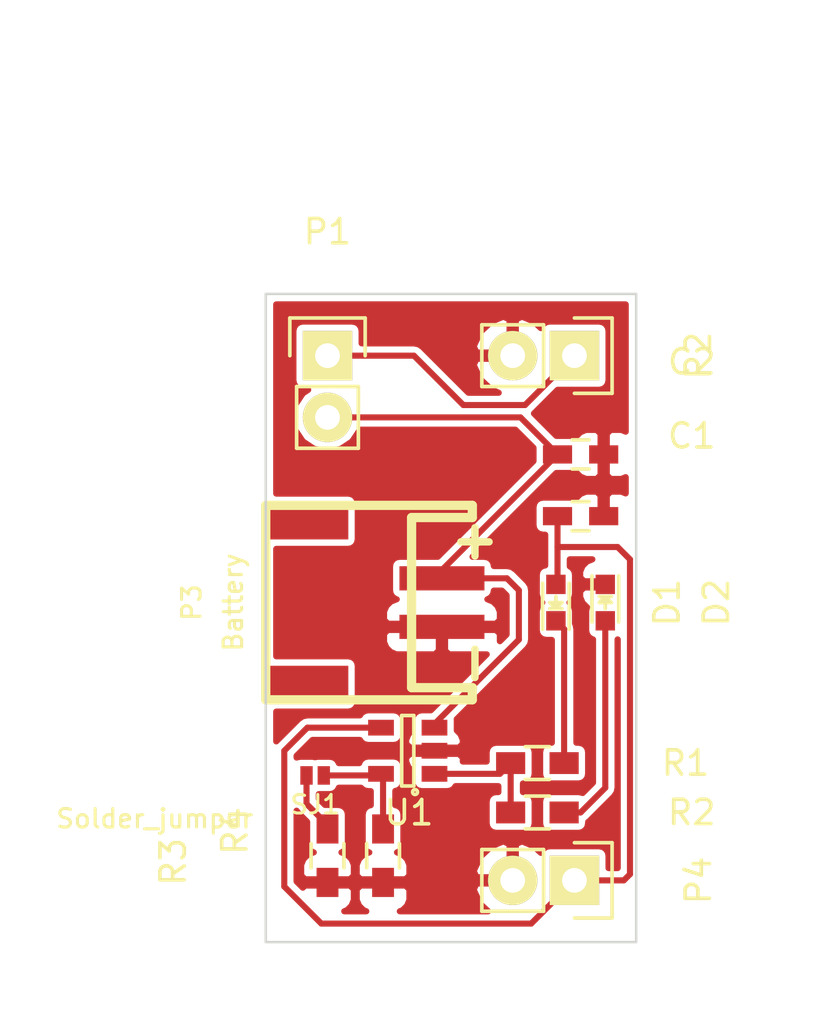
<source format=kicad_pcb>
(kicad_pcb (version 4) (host pcbnew 4.0.0-rc1-stable)

  (general
    (links 22)
    (no_connects 0)
    (area 115.914619 83.51 149.682334 125.409476)
    (thickness 1.6)
    (drawings 6)
    (tracks 41)
    (zones 0)
    (modules 14)
    (nets 10)
  )

  (page A4)
  (layers
    (0 F.Cu signal)
    (31 B.Cu signal)
    (32 B.Adhes user)
    (33 F.Adhes user)
    (34 B.Paste user)
    (35 F.Paste user)
    (36 B.SilkS user)
    (37 F.SilkS user)
    (38 B.Mask user)
    (39 F.Mask user)
    (40 Dwgs.User user)
    (41 Cmts.User user)
    (42 Eco1.User user)
    (43 Eco2.User user)
    (44 Edge.Cuts user)
    (45 Margin user)
    (46 B.CrtYd user)
    (47 F.CrtYd user)
    (48 B.Fab user)
    (49 F.Fab user)
  )

  (setup
    (last_trace_width 0.25)
    (trace_clearance 0.2)
    (zone_clearance 0.254)
    (zone_45_only no)
    (trace_min 0.2)
    (segment_width 0.2)
    (edge_width 0.1)
    (via_size 0.6)
    (via_drill 0.4)
    (via_min_size 0.4)
    (via_min_drill 0.3)
    (uvia_size 0.3)
    (uvia_drill 0.1)
    (uvias_allowed no)
    (uvia_min_size 0.2)
    (uvia_min_drill 0.1)
    (pcb_text_width 0.3)
    (pcb_text_size 1.5 1.5)
    (mod_edge_width 0.15)
    (mod_text_size 1 1)
    (mod_text_width 0.15)
    (pad_size 1.5 1.5)
    (pad_drill 0.6)
    (pad_to_mask_clearance 0)
    (aux_axis_origin 0 0)
    (visible_elements 7FFFFFFF)
    (pcbplotparams
      (layerselection 0x00030_80000001)
      (usegerberextensions false)
      (excludeedgelayer true)
      (linewidth 0.100000)
      (plotframeref false)
      (viasonmask false)
      (mode 1)
      (useauxorigin false)
      (hpglpennumber 1)
      (hpglpenspeed 20)
      (hpglpendiameter 15)
      (hpglpenoverlay 2)
      (psnegative false)
      (psa4output false)
      (plotreference true)
      (plotvalue true)
      (plotinvisibletext false)
      (padsonsilk false)
      (subtractmaskfromsilk false)
      (outputformat 1)
      (mirror false)
      (drillshape 1)
      (scaleselection 1)
      (outputdirectory ""))
  )

  (net 0 "")
  (net 1 /VBUS)
  (net 2 GND)
  (net 3 /VBat)
  (net 4 "Net-(D1-Pad1)")
  (net 5 "Net-(D2-Pad2)")
  (net 6 "Net-(P1-Pad1)")
  (net 7 "Net-(R1-Pad1)")
  (net 8 "Net-(R3-Pad2)")
  (net 9 "Net-(R4-Pad2)")

  (net_class Default "This is the default net class."
    (clearance 0.2)
    (trace_width 0.25)
    (via_dia 0.6)
    (via_drill 0.4)
    (uvia_dia 0.3)
    (uvia_drill 0.1)
    (add_net /VBUS)
    (add_net /VBat)
    (add_net GND)
    (add_net "Net-(D1-Pad1)")
    (add_net "Net-(D2-Pad2)")
    (add_net "Net-(P1-Pad1)")
    (add_net "Net-(R1-Pad1)")
    (add_net "Net-(R3-Pad2)")
    (add_net "Net-(R4-Pad2)")
  )

  (module Capacitors_SMD:C_0603_HandSoldering (layer F.Cu) (tedit 563C08D5) (tstamp 5639069C)
    (at 139.954 104.394)
    (descr "Capacitor SMD 0603, hand soldering")
    (tags "capacitor 0603")
    (path /563674F8)
    (attr smd)
    (fp_text reference C1 (at 4.572 -3.302) (layer F.SilkS)
      (effects (font (size 1 1) (thickness 0.15)))
    )
    (fp_text value 10uF (at 7.62 -1.524) (layer F.Fab)
      (effects (font (size 1 1) (thickness 0.15)))
    )
    (fp_line (start -1.85 -0.75) (end 1.85 -0.75) (layer F.CrtYd) (width 0.05))
    (fp_line (start -1.85 0.75) (end 1.85 0.75) (layer F.CrtYd) (width 0.05))
    (fp_line (start -1.85 -0.75) (end -1.85 0.75) (layer F.CrtYd) (width 0.05))
    (fp_line (start 1.85 -0.75) (end 1.85 0.75) (layer F.CrtYd) (width 0.05))
    (fp_line (start -0.35 -0.6) (end 0.35 -0.6) (layer F.SilkS) (width 0.15))
    (fp_line (start 0.35 0.6) (end -0.35 0.6) (layer F.SilkS) (width 0.15))
    (pad 1 smd rect (at -0.95 0) (size 1.2 0.75) (layers F.Cu F.Paste F.Mask)
      (net 1 /VBUS))
    (pad 2 smd rect (at 0.95 0) (size 1.2 0.75) (layers F.Cu F.Paste F.Mask)
      (net 2 GND))
    (model Capacitors_SMD.3dshapes/C_0603_HandSoldering.wrl
      (at (xyz 0 0 0))
      (scale (xyz 1 1 1))
      (rotate (xyz 0 0 0))
    )
  )

  (module Capacitors_SMD:C_0603_HandSoldering (layer F.Cu) (tedit 563C08D9) (tstamp 563906A2)
    (at 139.954 101.854)
    (descr "Capacitor SMD 0603, hand soldering")
    (tags "capacitor 0603")
    (path /56367591)
    (attr smd)
    (fp_text reference C2 (at 4.572 -3.81) (layer F.SilkS)
      (effects (font (size 1 1) (thickness 0.15)))
    )
    (fp_text value 10uF (at 7.366 2.54) (layer F.Fab)
      (effects (font (size 1 1) (thickness 0.15)))
    )
    (fp_line (start -1.85 -0.75) (end 1.85 -0.75) (layer F.CrtYd) (width 0.05))
    (fp_line (start -1.85 0.75) (end 1.85 0.75) (layer F.CrtYd) (width 0.05))
    (fp_line (start -1.85 -0.75) (end -1.85 0.75) (layer F.CrtYd) (width 0.05))
    (fp_line (start 1.85 -0.75) (end 1.85 0.75) (layer F.CrtYd) (width 0.05))
    (fp_line (start -0.35 -0.6) (end 0.35 -0.6) (layer F.SilkS) (width 0.15))
    (fp_line (start 0.35 0.6) (end -0.35 0.6) (layer F.SilkS) (width 0.15))
    (pad 1 smd rect (at -0.95 0) (size 1.2 0.75) (layers F.Cu F.Paste F.Mask)
      (net 3 /VBat))
    (pad 2 smd rect (at 0.95 0) (size 1.2 0.75) (layers F.Cu F.Paste F.Mask)
      (net 2 GND))
    (model Capacitors_SMD.3dshapes/C_0603_HandSoldering.wrl
      (at (xyz 0 0 0))
      (scale (xyz 1 1 1))
      (rotate (xyz 0 0 0))
    )
  )

  (module LEDs:LED-0603 (layer F.Cu) (tedit 563C0970) (tstamp 563906A8)
    (at 138.938 107.95 90)
    (descr "LED 0603 smd package")
    (tags "LED led 0603 SMD smd SMT smt smdled SMDLED smtled SMTLED")
    (path /56367722)
    (attr smd)
    (fp_text reference D1 (at 0 4.572 90) (layer F.SilkS)
      (effects (font (size 1 1) (thickness 0.15)))
    )
    (fp_text value CHG (at -3.048 0 90) (layer F.Fab)
      (effects (font (size 1 1) (thickness 0.15)))
    )
    (fp_line (start -1.1 0.55) (end 0.8 0.55) (layer F.SilkS) (width 0.15))
    (fp_line (start -1.1 -0.55) (end 0.8 -0.55) (layer F.SilkS) (width 0.15))
    (fp_line (start -0.2 0) (end 0.25 0) (layer F.SilkS) (width 0.15))
    (fp_line (start -0.25 -0.25) (end -0.25 0.25) (layer F.SilkS) (width 0.15))
    (fp_line (start -0.25 0) (end 0 -0.25) (layer F.SilkS) (width 0.15))
    (fp_line (start 0 -0.25) (end 0 0.25) (layer F.SilkS) (width 0.15))
    (fp_line (start 0 0.25) (end -0.25 0) (layer F.SilkS) (width 0.15))
    (fp_line (start 1.4 -0.75) (end 1.4 0.75) (layer F.CrtYd) (width 0.05))
    (fp_line (start 1.4 0.75) (end -1.4 0.75) (layer F.CrtYd) (width 0.05))
    (fp_line (start -1.4 0.75) (end -1.4 -0.75) (layer F.CrtYd) (width 0.05))
    (fp_line (start -1.4 -0.75) (end 1.4 -0.75) (layer F.CrtYd) (width 0.05))
    (pad 2 smd rect (at 0.7493 0 270) (size 0.79756 0.79756) (layers F.Cu F.Paste F.Mask)
      (net 1 /VBUS))
    (pad 1 smd rect (at -0.7493 0 270) (size 0.79756 0.79756) (layers F.Cu F.Paste F.Mask)
      (net 4 "Net-(D1-Pad1)"))
  )

  (module LEDs:LED-0603 (layer F.Cu) (tedit 563C097E) (tstamp 563906AE)
    (at 140.97 107.95 270)
    (descr "LED 0603 smd package")
    (tags "LED led 0603 SMD smd SMT smt smdled SMDLED smtled SMTLED")
    (path /56367675)
    (attr smd)
    (fp_text reference D2 (at 0 -4.572 270) (layer F.SilkS)
      (effects (font (size 1 1) (thickness 0.15)))
    )
    (fp_text value DONE (at 3.556 0 270) (layer F.Fab)
      (effects (font (size 1 1) (thickness 0.15)))
    )
    (fp_line (start -1.1 0.55) (end 0.8 0.55) (layer F.SilkS) (width 0.15))
    (fp_line (start -1.1 -0.55) (end 0.8 -0.55) (layer F.SilkS) (width 0.15))
    (fp_line (start -0.2 0) (end 0.25 0) (layer F.SilkS) (width 0.15))
    (fp_line (start -0.25 -0.25) (end -0.25 0.25) (layer F.SilkS) (width 0.15))
    (fp_line (start -0.25 0) (end 0 -0.25) (layer F.SilkS) (width 0.15))
    (fp_line (start 0 -0.25) (end 0 0.25) (layer F.SilkS) (width 0.15))
    (fp_line (start 0 0.25) (end -0.25 0) (layer F.SilkS) (width 0.15))
    (fp_line (start 1.4 -0.75) (end 1.4 0.75) (layer F.CrtYd) (width 0.05))
    (fp_line (start 1.4 0.75) (end -1.4 0.75) (layer F.CrtYd) (width 0.05))
    (fp_line (start -1.4 0.75) (end -1.4 -0.75) (layer F.CrtYd) (width 0.05))
    (fp_line (start -1.4 -0.75) (end 1.4 -0.75) (layer F.CrtYd) (width 0.05))
    (pad 2 smd rect (at 0.7493 0 90) (size 0.79756 0.79756) (layers F.Cu F.Paste F.Mask)
      (net 5 "Net-(D2-Pad2)"))
    (pad 1 smd rect (at -0.7493 0 90) (size 0.79756 0.79756) (layers F.Cu F.Paste F.Mask)
      (net 2 GND))
  )

  (module Pin_Headers:Pin_Header_Straight_1x02 (layer F.Cu) (tedit 54EA090C) (tstamp 563906B4)
    (at 129.54 97.79)
    (descr "Through hole pin header")
    (tags "pin header")
    (path /56367AA1)
    (fp_text reference P1 (at 0 -5.1) (layer F.SilkS)
      (effects (font (size 1 1) (thickness 0.15)))
    )
    (fp_text value Switch (at 0 -3.1) (layer F.Fab)
      (effects (font (size 1 1) (thickness 0.15)))
    )
    (fp_line (start 1.27 1.27) (end 1.27 3.81) (layer F.SilkS) (width 0.15))
    (fp_line (start 1.55 -1.55) (end 1.55 0) (layer F.SilkS) (width 0.15))
    (fp_line (start -1.75 -1.75) (end -1.75 4.3) (layer F.CrtYd) (width 0.05))
    (fp_line (start 1.75 -1.75) (end 1.75 4.3) (layer F.CrtYd) (width 0.05))
    (fp_line (start -1.75 -1.75) (end 1.75 -1.75) (layer F.CrtYd) (width 0.05))
    (fp_line (start -1.75 4.3) (end 1.75 4.3) (layer F.CrtYd) (width 0.05))
    (fp_line (start 1.27 1.27) (end -1.27 1.27) (layer F.SilkS) (width 0.15))
    (fp_line (start -1.55 0) (end -1.55 -1.55) (layer F.SilkS) (width 0.15))
    (fp_line (start -1.55 -1.55) (end 1.55 -1.55) (layer F.SilkS) (width 0.15))
    (fp_line (start -1.27 1.27) (end -1.27 3.81) (layer F.SilkS) (width 0.15))
    (fp_line (start -1.27 3.81) (end 1.27 3.81) (layer F.SilkS) (width 0.15))
    (pad 1 thru_hole rect (at 0 0) (size 2.032 2.032) (drill 1.016) (layers *.Cu *.Mask F.SilkS)
      (net 6 "Net-(P1-Pad1)"))
    (pad 2 thru_hole oval (at 0 2.54) (size 2.032 2.032) (drill 1.016) (layers *.Cu *.Mask F.SilkS)
      (net 3 /VBat))
    (model Pin_Headers.3dshapes/Pin_Header_Straight_1x02.wrl
      (at (xyz 0 -0.05 0))
      (scale (xyz 1 1 1))
      (rotate (xyz 0 0 90))
    )
  )

  (module Pin_Headers:Pin_Header_Straight_1x02 (layer F.Cu) (tedit 54EA090C) (tstamp 563906BA)
    (at 139.7 97.79 270)
    (descr "Through hole pin header")
    (tags "pin header")
    (path /5636DB3F)
    (fp_text reference P2 (at 0 -5.1 270) (layer F.SilkS)
      (effects (font (size 1 1) (thickness 0.15)))
    )
    (fp_text value "G BAT" (at 0 -3.1 270) (layer F.Fab)
      (effects (font (size 1 1) (thickness 0.15)))
    )
    (fp_line (start 1.27 1.27) (end 1.27 3.81) (layer F.SilkS) (width 0.15))
    (fp_line (start 1.55 -1.55) (end 1.55 0) (layer F.SilkS) (width 0.15))
    (fp_line (start -1.75 -1.75) (end -1.75 4.3) (layer F.CrtYd) (width 0.05))
    (fp_line (start 1.75 -1.75) (end 1.75 4.3) (layer F.CrtYd) (width 0.05))
    (fp_line (start -1.75 -1.75) (end 1.75 -1.75) (layer F.CrtYd) (width 0.05))
    (fp_line (start -1.75 4.3) (end 1.75 4.3) (layer F.CrtYd) (width 0.05))
    (fp_line (start 1.27 1.27) (end -1.27 1.27) (layer F.SilkS) (width 0.15))
    (fp_line (start -1.55 0) (end -1.55 -1.55) (layer F.SilkS) (width 0.15))
    (fp_line (start -1.55 -1.55) (end 1.55 -1.55) (layer F.SilkS) (width 0.15))
    (fp_line (start -1.27 1.27) (end -1.27 3.81) (layer F.SilkS) (width 0.15))
    (fp_line (start -1.27 3.81) (end 1.27 3.81) (layer F.SilkS) (width 0.15))
    (pad 1 thru_hole rect (at 0 0 270) (size 2.032 2.032) (drill 1.016) (layers *.Cu *.Mask F.SilkS)
      (net 6 "Net-(P1-Pad1)"))
    (pad 2 thru_hole oval (at 0 2.54 270) (size 2.032 2.032) (drill 1.016) (layers *.Cu *.Mask F.SilkS)
      (net 2 GND))
    (model Pin_Headers.3dshapes/Pin_Header_Straight_1x02.wrl
      (at (xyz 0 -0.05 0))
      (scale (xyz 1 1 1))
      (rotate (xyz 0 0 90))
    )
  )

  (module open-project:CONN_JST-2_SMD (layer F.Cu) (tedit 563C0965) (tstamp 563906C2)
    (at 127 107.95 270)
    (tags JST)
    (path /56367B1E)
    (fp_text reference P3 (at 0 3.048 270) (layer F.SilkS)
      (effects (font (size 0.762 0.762) (thickness 0.127)))
    )
    (fp_text value Battery (at -0.01 1.34 270) (layer F.SilkS)
      (effects (font (size 0.762 0.762) (thickness 0.127)))
    )
    (fp_line (start -4.0005 0) (end 4.0005 0) (layer F.SilkS) (width 0.381))
    (fp_line (start 4.0005 0) (end 4.0005 -8.49884) (layer F.SilkS) (width 0.381))
    (fp_line (start 4.0005 -8.49884) (end 3.50012 -8.49884) (layer F.SilkS) (width 0.381))
    (fp_line (start 3.50012 -8.49884) (end 3.50012 -5.99948) (layer F.SilkS) (width 0.381))
    (fp_line (start 3.50012 -5.99948) (end -3.50012 -5.99948) (layer F.SilkS) (width 0.381))
    (fp_line (start -3.50012 -5.99948) (end -3.50012 -8.49884) (layer F.SilkS) (width 0.381))
    (fp_line (start -3.50012 -8.49884) (end -4.0005 -8.49884) (layer F.SilkS) (width 0.381))
    (fp_line (start -4.0005 -8.49884) (end -4.0005 0) (layer F.SilkS) (width 0.381))
    (fp_text user - (at 2.49936 -8.49884 270) (layer F.SilkS)
      (effects (font (thickness 0.3048)))
    )
    (fp_text user + (at -2.49936 -8.49884 270) (layer F.SilkS)
      (effects (font (thickness 0.3048)))
    )
    (pad "" smd rect (at -3.34772 -1.69926 270) (size 1.4986 3.39598) (layers F.Cu F.Paste F.Mask))
    (pad 1 smd rect (at -0.99822 -7.24916 270) (size 0.99568 3.49758) (layers F.Cu F.Paste F.Mask)
      (net 3 /VBat))
    (pad 2 smd rect (at 0.99822 -7.24916 270) (size 0.99568 3.49758) (layers F.Cu F.Paste F.Mask)
      (net 2 GND))
    (pad "" smd rect (at 3.34772 -1.69926 270) (size 1.4986 3.39598) (layers F.Cu F.Paste F.Mask))
  )

  (module Pin_Headers:Pin_Header_Straight_1x02 (layer F.Cu) (tedit 54EA090C) (tstamp 563906C8)
    (at 139.7 119.38 270)
    (descr "Through hole pin header")
    (tags "pin header")
    (path /5638FFD1)
    (fp_text reference P4 (at 0 -5.1 270) (layer F.SilkS)
      (effects (font (size 1 1) (thickness 0.15)))
    )
    (fp_text value "G 5V" (at 0 -3.1 270) (layer F.Fab)
      (effects (font (size 1 1) (thickness 0.15)))
    )
    (fp_line (start 1.27 1.27) (end 1.27 3.81) (layer F.SilkS) (width 0.15))
    (fp_line (start 1.55 -1.55) (end 1.55 0) (layer F.SilkS) (width 0.15))
    (fp_line (start -1.75 -1.75) (end -1.75 4.3) (layer F.CrtYd) (width 0.05))
    (fp_line (start 1.75 -1.75) (end 1.75 4.3) (layer F.CrtYd) (width 0.05))
    (fp_line (start -1.75 -1.75) (end 1.75 -1.75) (layer F.CrtYd) (width 0.05))
    (fp_line (start -1.75 4.3) (end 1.75 4.3) (layer F.CrtYd) (width 0.05))
    (fp_line (start 1.27 1.27) (end -1.27 1.27) (layer F.SilkS) (width 0.15))
    (fp_line (start -1.55 0) (end -1.55 -1.55) (layer F.SilkS) (width 0.15))
    (fp_line (start -1.55 -1.55) (end 1.55 -1.55) (layer F.SilkS) (width 0.15))
    (fp_line (start -1.27 1.27) (end -1.27 3.81) (layer F.SilkS) (width 0.15))
    (fp_line (start -1.27 3.81) (end 1.27 3.81) (layer F.SilkS) (width 0.15))
    (pad 1 thru_hole rect (at 0 0 270) (size 2.032 2.032) (drill 1.016) (layers *.Cu *.Mask F.SilkS)
      (net 1 /VBUS))
    (pad 2 thru_hole oval (at 0 2.54 270) (size 2.032 2.032) (drill 1.016) (layers *.Cu *.Mask F.SilkS)
      (net 2 GND))
    (model Pin_Headers.3dshapes/Pin_Header_Straight_1x02.wrl
      (at (xyz 0 -0.05 0))
      (scale (xyz 1 1 1))
      (rotate (xyz 0 0 90))
    )
  )

  (module Resistors_SMD:R_0603_HandSoldering (layer F.Cu) (tedit 563C0908) (tstamp 563906CE)
    (at 138.176 114.554)
    (descr "Resistor SMD 0603, hand soldering")
    (tags "resistor 0603")
    (path /563674AD)
    (attr smd)
    (fp_text reference R1 (at 6.096 0) (layer F.SilkS)
      (effects (font (size 1 1) (thickness 0.15)))
    )
    (fp_text value 1K (at 3.81 0) (layer F.Fab)
      (effects (font (size 1 1) (thickness 0.15)))
    )
    (fp_line (start -2 -0.8) (end 2 -0.8) (layer F.CrtYd) (width 0.05))
    (fp_line (start -2 0.8) (end 2 0.8) (layer F.CrtYd) (width 0.05))
    (fp_line (start -2 -0.8) (end -2 0.8) (layer F.CrtYd) (width 0.05))
    (fp_line (start 2 -0.8) (end 2 0.8) (layer F.CrtYd) (width 0.05))
    (fp_line (start 0.5 0.675) (end -0.5 0.675) (layer F.SilkS) (width 0.15))
    (fp_line (start -0.5 -0.675) (end 0.5 -0.675) (layer F.SilkS) (width 0.15))
    (pad 1 smd rect (at -1.1 0) (size 1.2 0.9) (layers F.Cu F.Paste F.Mask)
      (net 7 "Net-(R1-Pad1)"))
    (pad 2 smd rect (at 1.1 0) (size 1.2 0.9) (layers F.Cu F.Paste F.Mask)
      (net 4 "Net-(D1-Pad1)"))
    (model Resistors_SMD.3dshapes/R_0603_HandSoldering.wrl
      (at (xyz 0 0 0))
      (scale (xyz 1 1 1))
      (rotate (xyz 0 0 0))
    )
  )

  (module Resistors_SMD:R_0603_HandSoldering (layer F.Cu) (tedit 563C0906) (tstamp 563906D4)
    (at 138.176 116.586)
    (descr "Resistor SMD 0603, hand soldering")
    (tags "resistor 0603")
    (path /56367454)
    (attr smd)
    (fp_text reference R2 (at 6.35 0 180) (layer F.SilkS)
      (effects (font (size 1 1) (thickness 0.15)))
    )
    (fp_text value 1K (at 3.81 0) (layer F.Fab)
      (effects (font (size 1 1) (thickness 0.15)))
    )
    (fp_line (start -2 -0.8) (end 2 -0.8) (layer F.CrtYd) (width 0.05))
    (fp_line (start -2 0.8) (end 2 0.8) (layer F.CrtYd) (width 0.05))
    (fp_line (start -2 -0.8) (end -2 0.8) (layer F.CrtYd) (width 0.05))
    (fp_line (start 2 -0.8) (end 2 0.8) (layer F.CrtYd) (width 0.05))
    (fp_line (start 0.5 0.675) (end -0.5 0.675) (layer F.SilkS) (width 0.15))
    (fp_line (start -0.5 -0.675) (end 0.5 -0.675) (layer F.SilkS) (width 0.15))
    (pad 1 smd rect (at -1.1 0) (size 1.2 0.9) (layers F.Cu F.Paste F.Mask)
      (net 7 "Net-(R1-Pad1)"))
    (pad 2 smd rect (at 1.1 0) (size 1.2 0.9) (layers F.Cu F.Paste F.Mask)
      (net 5 "Net-(D2-Pad2)"))
    (model Resistors_SMD.3dshapes/R_0603_HandSoldering.wrl
      (at (xyz 0 0 0))
      (scale (xyz 1 1 1))
      (rotate (xyz 0 0 0))
    )
  )

  (module Resistors_SMD:R_0603_HandSoldering (layer F.Cu) (tedit 563C0A38) (tstamp 563906DA)
    (at 131.826 118.364 90)
    (descr "Resistor SMD 0603, hand soldering")
    (tags "resistor 0603")
    (path /56367397)
    (attr smd)
    (fp_text reference R3 (at -0.254 -8.636 90) (layer F.SilkS)
      (effects (font (size 1 1) (thickness 0.15)))
    )
    (fp_text value 10K (at -3.81 3.175 90) (layer F.Fab)
      (effects (font (size 1 1) (thickness 0.15)))
    )
    (fp_line (start -2 -0.8) (end 2 -0.8) (layer F.CrtYd) (width 0.05))
    (fp_line (start -2 0.8) (end 2 0.8) (layer F.CrtYd) (width 0.05))
    (fp_line (start -2 -0.8) (end -2 0.8) (layer F.CrtYd) (width 0.05))
    (fp_line (start 2 -0.8) (end 2 0.8) (layer F.CrtYd) (width 0.05))
    (fp_line (start 0.5 0.675) (end -0.5 0.675) (layer F.SilkS) (width 0.15))
    (fp_line (start -0.5 -0.675) (end 0.5 -0.675) (layer F.SilkS) (width 0.15))
    (pad 1 smd rect (at -1.1 0 90) (size 1.2 0.9) (layers F.Cu F.Paste F.Mask)
      (net 2 GND))
    (pad 2 smd rect (at 1.1 0 90) (size 1.2 0.9) (layers F.Cu F.Paste F.Mask)
      (net 8 "Net-(R3-Pad2)"))
    (model Resistors_SMD.3dshapes/R_0603_HandSoldering.wrl
      (at (xyz 0 0 0))
      (scale (xyz 1 1 1))
      (rotate (xyz 0 0 0))
    )
  )

  (module Resistors_SMD:R_0603_HandSoldering (layer F.Cu) (tedit 563C0A3B) (tstamp 563906E0)
    (at 129.54 118.364 90)
    (descr "Resistor SMD 0603, hand soldering")
    (tags "resistor 0603")
    (path /563673DA)
    (attr smd)
    (fp_text reference R4 (at 1.016 -3.81 90) (layer F.SilkS)
      (effects (font (size 1 1) (thickness 0.15)))
    )
    (fp_text value 2.5K (at -5.08 0 90) (layer F.Fab)
      (effects (font (size 1 1) (thickness 0.15)))
    )
    (fp_line (start -2 -0.8) (end 2 -0.8) (layer F.CrtYd) (width 0.05))
    (fp_line (start -2 0.8) (end 2 0.8) (layer F.CrtYd) (width 0.05))
    (fp_line (start -2 -0.8) (end -2 0.8) (layer F.CrtYd) (width 0.05))
    (fp_line (start 2 -0.8) (end 2 0.8) (layer F.CrtYd) (width 0.05))
    (fp_line (start 0.5 0.675) (end -0.5 0.675) (layer F.SilkS) (width 0.15))
    (fp_line (start -0.5 -0.675) (end 0.5 -0.675) (layer F.SilkS) (width 0.15))
    (pad 1 smd rect (at -1.1 0 90) (size 1.2 0.9) (layers F.Cu F.Paste F.Mask)
      (net 2 GND))
    (pad 2 smd rect (at 1.1 0 90) (size 1.2 0.9) (layers F.Cu F.Paste F.Mask)
      (net 9 "Net-(R4-Pad2)"))
    (model Resistors_SMD.3dshapes/R_0603_HandSoldering.wrl
      (at (xyz 0 0 0))
      (scale (xyz 1 1 1))
      (rotate (xyz 0 0 0))
    )
  )

  (module open-project:S_JUMPER_2 (layer F.Cu) (tedit 563C0A36) (tstamp 563906E6)
    (at 129.032 115.062 180)
    (path /56381CC0)
    (fp_text reference SJ1 (at 0 -1.2 180) (layer F.SilkS)
      (effects (font (size 0.762 0.762) (thickness 0.127)))
    )
    (fp_text value Solder_jumper (at 6.604 -1.778 180) (layer F.SilkS)
      (effects (font (size 0.762 0.762) (thickness 0.127)))
    )
    (pad 1 smd rect (at -0.3556 0 180) (size 0.508 0.762) (layers F.Cu F.Paste F.Mask)
      (net 8 "Net-(R3-Pad2)") (clearance 0.2032))
    (pad 2 smd rect (at 0.3556 0 180) (size 0.508 0.762) (layers F.Cu F.Paste F.Mask)
      (net 9 "Net-(R4-Pad2)") (clearance 0.2032))
  )

  (module Housings_SOT-23_SOT-143_TSOT-6:SOT-23-5 (layer F.Cu) (tedit 563C0772) (tstamp 563906EF)
    (at 132.842 114.046 180)
    (descr "5-pin SOT23 package")
    (tags SOT-23-5)
    (path /56367334)
    (attr smd)
    (fp_text reference U1 (at -0.05 -2.55 180) (layer F.SilkS)
      (effects (font (size 1 1) (thickness 0.15)))
    )
    (fp_text value MCP73831 (at 12.7 -1.27 180) (layer F.Fab)
      (effects (font (size 1 1) (thickness 0.15)))
    )
    (fp_line (start -1.8 -1.6) (end 1.8 -1.6) (layer F.CrtYd) (width 0.05))
    (fp_line (start 1.8 -1.6) (end 1.8 1.6) (layer F.CrtYd) (width 0.05))
    (fp_line (start 1.8 1.6) (end -1.8 1.6) (layer F.CrtYd) (width 0.05))
    (fp_line (start -1.8 1.6) (end -1.8 -1.6) (layer F.CrtYd) (width 0.05))
    (fp_circle (center -0.3 -1.7) (end -0.2 -1.7) (layer F.SilkS) (width 0.15))
    (fp_line (start 0.25 -1.45) (end -0.25 -1.45) (layer F.SilkS) (width 0.15))
    (fp_line (start 0.25 1.45) (end 0.25 -1.45) (layer F.SilkS) (width 0.15))
    (fp_line (start -0.25 1.45) (end 0.25 1.45) (layer F.SilkS) (width 0.15))
    (fp_line (start -0.25 -1.45) (end -0.25 1.45) (layer F.SilkS) (width 0.15))
    (pad 1 smd rect (at -1.1 -0.95 180) (size 1.06 0.65) (layers F.Cu F.Paste F.Mask)
      (net 7 "Net-(R1-Pad1)"))
    (pad 2 smd rect (at -1.1 0 180) (size 1.06 0.65) (layers F.Cu F.Paste F.Mask)
      (net 2 GND))
    (pad 3 smd rect (at -1.1 0.95 180) (size 1.06 0.65) (layers F.Cu F.Paste F.Mask)
      (net 3 /VBat))
    (pad 4 smd rect (at 1.1 0.95 180) (size 1.06 0.65) (layers F.Cu F.Paste F.Mask)
      (net 1 /VBUS))
    (pad 5 smd rect (at 1.1 -0.95 180) (size 1.06 0.65) (layers F.Cu F.Paste F.Mask)
      (net 8 "Net-(R3-Pad2)"))
    (model Housings_SOT-23_SOT-143_TSOT-6.3dshapes/SOT-23-5.wrl
      (at (xyz 0 0 0))
      (scale (xyz 0.11 0.11 0.11))
      (rotate (xyz 0 0 90))
    )
  )

  (gr_line (start 127 121.92) (end 127 95.25) (angle 90) (layer Edge.Cuts) (width 0.1))
  (gr_line (start 142.24 121.92) (end 127 121.92) (angle 90) (layer Edge.Cuts) (width 0.1))
  (gr_line (start 142.24 95.25) (end 142.24 121.92) (angle 90) (layer Edge.Cuts) (width 0.1))
  (gr_line (start 127 95.25) (end 142.24 95.25) (angle 90) (layer Edge.Cuts) (width 0.1))
  (dimension 15.24 (width 0.3) (layer Margin)
    (gr_text "15.240 mm" (at 134.62 85.01) (layer Margin)
      (effects (font (size 1.5 1.5) (thickness 0.3)))
    )
    (feature1 (pts (xy 142.24 95.25) (xy 142.24 83.66)))
    (feature2 (pts (xy 127 95.25) (xy 127 83.66)))
    (crossbar (pts (xy 127 86.36) (xy 142.24 86.36)))
    (arrow1a (pts (xy 142.24 86.36) (xy 141.113496 86.946421)))
    (arrow1b (pts (xy 142.24 86.36) (xy 141.113496 85.773579)))
    (arrow2a (pts (xy 127 86.36) (xy 128.126504 86.946421)))
    (arrow2b (pts (xy 127 86.36) (xy 128.126504 85.773579)))
  )
  (dimension 26.67 (width 0.3) (layer F.Adhes)
    (gr_text "26.670 mm" (at 119.888 108.458 270) (layer F.Adhes)
      (effects (font (size 1.5 1.5) (thickness 0.3)))
    )
    (feature1 (pts (xy 129.54 121.92) (xy 124.3 121.92)))
    (feature2 (pts (xy 129.54 95.25) (xy 124.3 95.25)))
    (crossbar (pts (xy 127 95.25) (xy 127 121.92)))
    (arrow1a (pts (xy 127 121.92) (xy 126.413579 120.793496)))
    (arrow1b (pts (xy 127 121.92) (xy 127.586421 120.793496)))
    (arrow2a (pts (xy 127 95.25) (xy 126.413579 96.376504)))
    (arrow2b (pts (xy 127 95.25) (xy 127.586421 96.376504)))
  )

  (segment (start 129.286 121.158) (end 137.922 121.158) (width 0.25) (layer F.Cu) (net 1))
  (segment (start 128.712 113.096) (end 127.762 114.046) (width 0.25) (layer F.Cu) (net 1) (tstamp 563C0DD2))
  (segment (start 127.762 114.046) (end 127.762 119.634) (width 0.25) (layer F.Cu) (net 1) (tstamp 563C0DD4))
  (segment (start 127.762 119.634) (end 129.286 121.158) (width 0.25) (layer F.Cu) (net 1) (tstamp 563C0DD5))
  (segment (start 131.742 113.096) (end 128.712 113.096) (width 0.25) (layer F.Cu) (net 1))
  (segment (start 137.922 121.158) (end 139.7 119.38) (width 0.25) (layer F.Cu) (net 1) (tstamp 563C0DD9))
  (segment (start 139.7 119.38) (end 141.732 119.38) (width 0.25) (layer F.Cu) (net 1))
  (segment (start 141.478 105.664) (end 139.004 105.664) (width 0.25) (layer F.Cu) (net 1) (tstamp 563C0DCD))
  (segment (start 141.986 106.172) (end 141.478 105.664) (width 0.25) (layer F.Cu) (net 1) (tstamp 563C0DCC))
  (segment (start 141.986 119.126) (end 141.986 106.172) (width 0.25) (layer F.Cu) (net 1) (tstamp 563C0DCB))
  (segment (start 141.732 119.38) (end 141.986 119.126) (width 0.25) (layer F.Cu) (net 1) (tstamp 563C0DCA))
  (segment (start 139.004 104.394) (end 139.004 105.664) (width 0.25) (layer F.Cu) (net 1))
  (segment (start 139.004 105.664) (end 139.004 107.1347) (width 0.25) (layer F.Cu) (net 1) (tstamp 563C0DD0))
  (segment (start 133.942 113.096) (end 133.942 112.946) (width 0.25) (layer F.Cu) (net 3))
  (segment (start 133.942 112.946) (end 137.414 109.474) (width 0.25) (layer F.Cu) (net 3) (tstamp 563C0DB3))
  (segment (start 137.414 109.474) (end 137.414 107.442) (width 0.25) (layer F.Cu) (net 3) (tstamp 563C0DB4))
  (segment (start 137.414 107.442) (end 136.92378 106.95178) (width 0.25) (layer F.Cu) (net 3) (tstamp 563C0DB6))
  (segment (start 136.92378 106.95178) (end 134.24916 106.95178) (width 0.25) (layer F.Cu) (net 3) (tstamp 563C0DB7))
  (segment (start 134.24916 106.95178) (end 134.24916 106.60884) (width 0.25) (layer F.Cu) (net 3))
  (segment (start 134.24916 106.60884) (end 139.004 101.854) (width 0.25) (layer F.Cu) (net 3) (tstamp 563C0DB0))
  (segment (start 129.54 100.33) (end 137.48 100.33) (width 0.25) (layer F.Cu) (net 3))
  (segment (start 137.48 100.33) (end 139.004 101.854) (width 0.25) (layer F.Cu) (net 3) (tstamp 563C0DAC))
  (segment (start 139.276 114.554) (end 139.276 109.0373) (width 0.25) (layer F.Cu) (net 4))
  (segment (start 139.276 109.0373) (end 138.938 108.6993) (width 0.25) (layer F.Cu) (net 4) (tstamp 563C0D88))
  (segment (start 139.276 116.586) (end 139.954 116.586) (width 0.25) (layer F.Cu) (net 5))
  (segment (start 140.97 115.57) (end 140.97 108.6993) (width 0.25) (layer F.Cu) (net 5) (tstamp 563C0D8C))
  (segment (start 139.954 116.586) (end 140.97 115.57) (width 0.25) (layer F.Cu) (net 5) (tstamp 563C0D8B))
  (segment (start 129.54 97.79) (end 133.096 97.79) (width 0.25) (layer F.Cu) (net 6))
  (segment (start 137.668 99.822) (end 139.7 97.79) (width 0.25) (layer F.Cu) (net 6) (tstamp 563C0DC4))
  (segment (start 135.128 99.822) (end 137.668 99.822) (width 0.25) (layer F.Cu) (net 6) (tstamp 563C0DC2))
  (segment (start 133.096 97.79) (end 135.128 99.822) (width 0.25) (layer F.Cu) (net 6) (tstamp 563C0DC0))
  (segment (start 133.942 114.996) (end 136.634 114.996) (width 0.25) (layer F.Cu) (net 7))
  (segment (start 136.634 114.996) (end 137.076 114.554) (width 0.25) (layer F.Cu) (net 7) (tstamp 563C0D83))
  (segment (start 137.076 114.554) (end 137.076 116.586) (width 0.25) (layer F.Cu) (net 7) (tstamp 563C0D84))
  (segment (start 131.826 117.264) (end 131.826 115.08) (width 0.25) (layer F.Cu) (net 8))
  (segment (start 131.826 115.08) (end 131.742 114.996) (width 0.25) (layer F.Cu) (net 8) (tstamp 563C0D98))
  (segment (start 129.3876 115.062) (end 131.676 115.062) (width 0.25) (layer F.Cu) (net 8))
  (segment (start 131.676 115.062) (end 131.742 114.996) (width 0.25) (layer F.Cu) (net 8) (tstamp 563C0D95))
  (segment (start 129.54 117.264) (end 129.54 117.094) (width 0.25) (layer F.Cu) (net 9))
  (segment (start 129.54 117.094) (end 128.6764 116.2304) (width 0.25) (layer F.Cu) (net 9) (tstamp 563C0D91))
  (segment (start 128.6764 116.2304) (end 128.6764 115.062) (width 0.25) (layer F.Cu) (net 9) (tstamp 563C0D92))

  (zone (net 2) (net_name GND) (layer F.Cu) (tstamp 563C0DDF) (hatch edge 0.508)
    (connect_pads (clearance 0.254))
    (min_thickness 0.254)
    (fill yes (arc_segments 16) (thermal_gap 0.508) (thermal_bridge_width 0.508))
    (polygon
      (pts
        (xy 127 95.25) (xy 142.24 95.25) (xy 142.24 121.92) (xy 127 121.92)
      )
    )
    (filled_polygon
      (pts
        (xy 141.809 100.918016) (xy 141.630309 100.844) (xy 141.18975 100.844) (xy 141.031 101.00275) (xy 141.031 101.727)
        (xy 141.051 101.727) (xy 141.051 101.981) (xy 141.031 101.981) (xy 141.031 102.70525) (xy 141.18975 102.864)
        (xy 141.630309 102.864) (xy 141.809 102.789984) (xy 141.809 103.458016) (xy 141.630309 103.384) (xy 141.18975 103.384)
        (xy 141.031 103.54275) (xy 141.031 104.267) (xy 141.051 104.267) (xy 141.051 104.521) (xy 141.031 104.521)
        (xy 141.031 104.541) (xy 140.777 104.541) (xy 140.777 104.521) (xy 140.757 104.521) (xy 140.757 104.267)
        (xy 140.777 104.267) (xy 140.777 103.54275) (xy 140.61825 103.384) (xy 140.177691 103.384) (xy 139.944302 103.480673)
        (xy 139.765673 103.659301) (xy 139.762754 103.666348) (xy 139.755134 103.661141) (xy 139.604 103.630536) (xy 138.404 103.630536)
        (xy 138.26281 103.657103) (xy 138.133135 103.740546) (xy 138.046141 103.867866) (xy 138.015536 104.019) (xy 138.015536 104.769)
        (xy 138.042103 104.91019) (xy 138.125546 105.039865) (xy 138.252866 105.126859) (xy 138.404 105.157464) (xy 138.498 105.157464)
        (xy 138.498 106.421212) (xy 138.39803 106.440023) (xy 138.268355 106.523466) (xy 138.181361 106.650786) (xy 138.150756 106.80192)
        (xy 138.150756 107.59948) (xy 138.177323 107.74067) (xy 138.260766 107.870345) (xy 138.378802 107.950996) (xy 138.268355 108.022066)
        (xy 138.181361 108.149386) (xy 138.150756 108.30052) (xy 138.150756 109.09808) (xy 138.177323 109.23927) (xy 138.260766 109.368945)
        (xy 138.388086 109.455939) (xy 138.53922 109.486544) (xy 138.77 109.486544) (xy 138.77 113.715536) (xy 138.676 113.715536)
        (xy 138.53481 113.742103) (xy 138.405135 113.825546) (xy 138.318141 113.952866) (xy 138.287536 114.104) (xy 138.287536 115.004)
        (xy 138.314103 115.14519) (xy 138.397546 115.274865) (xy 138.524866 115.361859) (xy 138.676 115.392464) (xy 139.876 115.392464)
        (xy 140.01719 115.365897) (xy 140.146865 115.282454) (xy 140.233859 115.155134) (xy 140.264464 115.004) (xy 140.264464 114.104)
        (xy 140.237897 113.96281) (xy 140.154454 113.833135) (xy 140.027134 113.746141) (xy 139.876 113.715536) (xy 139.782 113.715536)
        (xy 139.782 109.0373) (xy 139.743483 108.843662) (xy 139.725244 108.816365) (xy 139.725244 108.30052) (xy 139.698677 108.15933)
        (xy 139.615234 108.029655) (xy 139.497198 107.949004) (xy 139.607645 107.877934) (xy 139.694639 107.750614) (xy 139.725244 107.59948)
        (xy 139.725244 106.80192) (xy 139.698677 106.66073) (xy 139.615234 106.531055) (xy 139.51 106.459152) (xy 139.51 106.17)
        (xy 140.437474 106.17) (xy 140.211521 106.263593) (xy 140.032893 106.442222) (xy 139.93622 106.675611) (xy 139.93622 106.91495)
        (xy 140.09497 107.0737) (xy 140.843 107.0737) (xy 140.843 107.0537) (xy 141.097 107.0537) (xy 141.097 107.0737)
        (xy 141.117 107.0737) (xy 141.117 107.3277) (xy 141.097 107.3277) (xy 141.097 107.3477) (xy 140.843 107.3477)
        (xy 140.843 107.3277) (xy 140.09497 107.3277) (xy 139.93622 107.48645) (xy 139.93622 107.725789) (xy 140.032893 107.959178)
        (xy 140.211521 108.137807) (xy 140.219121 108.140955) (xy 140.213361 108.149386) (xy 140.182756 108.30052) (xy 140.182756 109.09808)
        (xy 140.209323 109.23927) (xy 140.292766 109.368945) (xy 140.420086 109.455939) (xy 140.464 109.464832) (xy 140.464 115.360408)
        (xy 140.038501 115.785907) (xy 140.027134 115.778141) (xy 139.876 115.747536) (xy 138.676 115.747536) (xy 138.53481 115.774103)
        (xy 138.405135 115.857546) (xy 138.318141 115.984866) (xy 138.287536 116.136) (xy 138.287536 117.036) (xy 138.314103 117.17719)
        (xy 138.397546 117.306865) (xy 138.524866 117.393859) (xy 138.676 117.424464) (xy 139.876 117.424464) (xy 140.01719 117.397897)
        (xy 140.146865 117.314454) (xy 140.233859 117.187134) (xy 140.264464 117.036) (xy 140.264464 116.975422) (xy 140.311796 116.943796)
        (xy 141.327796 115.927796) (xy 141.437483 115.763638) (xy 141.476 115.57) (xy 141.476 109.466369) (xy 141.48 109.465616)
        (xy 141.48 118.874) (xy 141.104464 118.874) (xy 141.104464 118.364) (xy 141.077897 118.22281) (xy 140.994454 118.093135)
        (xy 140.867134 118.006141) (xy 140.716 117.975536) (xy 138.684 117.975536) (xy 138.54281 118.002103) (xy 138.413135 118.085546)
        (xy 138.326141 118.212866) (xy 138.319296 118.24667) (xy 138.024818 117.973615) (xy 137.542944 117.774025) (xy 137.287 117.893164)
        (xy 137.287 119.253) (xy 137.307 119.253) (xy 137.307 119.507) (xy 137.287 119.507) (xy 137.287 119.527)
        (xy 137.033 119.527) (xy 137.033 119.507) (xy 135.672633 119.507) (xy 135.554017 119.762946) (xy 135.822812 120.348379)
        (xy 136.150254 120.652) (xy 132.515778 120.652) (xy 132.635699 120.602327) (xy 132.814327 120.423698) (xy 132.911 120.190309)
        (xy 132.911 119.74975) (xy 132.75225 119.591) (xy 131.953 119.591) (xy 131.953 119.611) (xy 131.699 119.611)
        (xy 131.699 119.591) (xy 130.89975 119.591) (xy 130.741 119.74975) (xy 130.741 120.190309) (xy 130.837673 120.423698)
        (xy 131.016301 120.602327) (xy 131.136222 120.652) (xy 130.229778 120.652) (xy 130.349699 120.602327) (xy 130.528327 120.423698)
        (xy 130.625 120.190309) (xy 130.625 119.74975) (xy 130.46625 119.591) (xy 129.667 119.591) (xy 129.667 119.611)
        (xy 129.413 119.611) (xy 129.413 119.591) (xy 128.61375 119.591) (xy 128.524171 119.680579) (xy 128.268 119.424408)
        (xy 128.268 116.512462) (xy 128.318604 116.588196) (xy 128.701536 116.971128) (xy 128.701536 117.864) (xy 128.728103 118.00519)
        (xy 128.811546 118.134865) (xy 128.938866 118.221859) (xy 128.97413 118.229) (xy 128.96369 118.229) (xy 128.730301 118.325673)
        (xy 128.551673 118.504302) (xy 128.455 118.737691) (xy 128.455 119.17825) (xy 128.61375 119.337) (xy 129.413 119.337)
        (xy 129.413 119.317) (xy 129.667 119.317) (xy 129.667 119.337) (xy 130.46625 119.337) (xy 130.625 119.17825)
        (xy 130.625 118.737691) (xy 130.528327 118.504302) (xy 130.349699 118.325673) (xy 130.11631 118.229) (xy 130.114699 118.229)
        (xy 130.13119 118.225897) (xy 130.260865 118.142454) (xy 130.347859 118.015134) (xy 130.378464 117.864) (xy 130.378464 116.664)
        (xy 130.351897 116.52281) (xy 130.268454 116.393135) (xy 130.141134 116.306141) (xy 129.99 116.275536) (xy 129.437128 116.275536)
        (xy 129.1824 116.020808) (xy 129.1824 115.831464) (xy 129.6416 115.831464) (xy 129.78279 115.804897) (xy 129.912465 115.721454)
        (xy 129.999459 115.594134) (xy 130.004751 115.568) (xy 130.918189 115.568) (xy 130.933546 115.591865) (xy 131.060866 115.678859)
        (xy 131.212 115.709464) (xy 131.32 115.709464) (xy 131.32 116.286073) (xy 131.23481 116.302103) (xy 131.105135 116.385546)
        (xy 131.018141 116.512866) (xy 130.987536 116.664) (xy 130.987536 117.864) (xy 131.014103 118.00519) (xy 131.097546 118.134865)
        (xy 131.224866 118.221859) (xy 131.26013 118.229) (xy 131.24969 118.229) (xy 131.016301 118.325673) (xy 130.837673 118.504302)
        (xy 130.741 118.737691) (xy 130.741 119.17825) (xy 130.89975 119.337) (xy 131.699 119.337) (xy 131.699 119.317)
        (xy 131.953 119.317) (xy 131.953 119.337) (xy 132.75225 119.337) (xy 132.911 119.17825) (xy 132.911 118.997054)
        (xy 135.554017 118.997054) (xy 135.672633 119.253) (xy 137.033 119.253) (xy 137.033 117.893164) (xy 136.777056 117.774025)
        (xy 136.295182 117.973615) (xy 135.822812 118.411621) (xy 135.554017 118.997054) (xy 132.911 118.997054) (xy 132.911 118.737691)
        (xy 132.814327 118.504302) (xy 132.635699 118.325673) (xy 132.40231 118.229) (xy 132.400699 118.229) (xy 132.41719 118.225897)
        (xy 132.546865 118.142454) (xy 132.633859 118.015134) (xy 132.664464 117.864) (xy 132.664464 116.664) (xy 132.637897 116.52281)
        (xy 132.554454 116.393135) (xy 132.427134 116.306141) (xy 132.332 116.286876) (xy 132.332 115.698174) (xy 132.41319 115.682897)
        (xy 132.542865 115.599454) (xy 132.629859 115.472134) (xy 132.660464 115.321) (xy 132.660464 114.671) (xy 132.633897 114.52981)
        (xy 132.550454 114.400135) (xy 132.45037 114.33175) (xy 132.777 114.33175) (xy 132.777 114.49731) (xy 132.873673 114.730699)
        (xy 133.023536 114.880561) (xy 133.023536 115.321) (xy 133.050103 115.46219) (xy 133.133546 115.591865) (xy 133.260866 115.678859)
        (xy 133.412 115.709464) (xy 134.472 115.709464) (xy 134.61319 115.682897) (xy 134.742865 115.599454) (xy 134.809452 115.502)
        (xy 136.57 115.502) (xy 136.57 115.747536) (xy 136.476 115.747536) (xy 136.33481 115.774103) (xy 136.205135 115.857546)
        (xy 136.118141 115.984866) (xy 136.087536 116.136) (xy 136.087536 117.036) (xy 136.114103 117.17719) (xy 136.197546 117.306865)
        (xy 136.324866 117.393859) (xy 136.476 117.424464) (xy 137.676 117.424464) (xy 137.81719 117.397897) (xy 137.946865 117.314454)
        (xy 138.033859 117.187134) (xy 138.064464 117.036) (xy 138.064464 116.136) (xy 138.037897 115.99481) (xy 137.954454 115.865135)
        (xy 137.827134 115.778141) (xy 137.676 115.747536) (xy 137.582 115.747536) (xy 137.582 115.392464) (xy 137.676 115.392464)
        (xy 137.81719 115.365897) (xy 137.946865 115.282454) (xy 138.033859 115.155134) (xy 138.064464 115.004) (xy 138.064464 114.104)
        (xy 138.037897 113.96281) (xy 137.954454 113.833135) (xy 137.827134 113.746141) (xy 137.676 113.715536) (xy 136.476 113.715536)
        (xy 136.33481 113.742103) (xy 136.205135 113.825546) (xy 136.118141 113.952866) (xy 136.087536 114.104) (xy 136.087536 114.49)
        (xy 135.107 114.49) (xy 135.107 114.33175) (xy 134.94825 114.173) (xy 134.069 114.173) (xy 134.069 114.193)
        (xy 133.815 114.193) (xy 133.815 114.173) (xy 132.93575 114.173) (xy 132.777 114.33175) (xy 132.45037 114.33175)
        (xy 132.423134 114.313141) (xy 132.272 114.282536) (xy 131.212 114.282536) (xy 131.07081 114.309103) (xy 130.941135 114.392546)
        (xy 130.854141 114.519866) (xy 130.846824 114.556) (xy 130.006543 114.556) (xy 130.003497 114.53981) (xy 129.920054 114.410135)
        (xy 129.792734 114.323141) (xy 129.6416 114.292536) (xy 129.1336 114.292536) (xy 129.028271 114.312355) (xy 128.9304 114.292536)
        (xy 128.4224 114.292536) (xy 128.28121 114.319103) (xy 128.268 114.327603) (xy 128.268 114.255592) (xy 128.921592 113.602)
        (xy 130.87572 113.602) (xy 130.933546 113.691865) (xy 131.060866 113.778859) (xy 131.212 113.809464) (xy 132.272 113.809464)
        (xy 132.41319 113.782897) (xy 132.542865 113.699454) (xy 132.629859 113.572134) (xy 132.660464 113.421) (xy 132.660464 112.771)
        (xy 132.633897 112.62981) (xy 132.550454 112.500135) (xy 132.423134 112.413141) (xy 132.272 112.382536) (xy 131.212 112.382536)
        (xy 131.07081 112.409103) (xy 130.941135 112.492546) (xy 130.874548 112.59) (xy 128.712 112.59) (xy 128.518362 112.628517)
        (xy 128.354204 112.738204) (xy 127.431 113.661408) (xy 127.431 112.435484) (xy 130.39725 112.435484) (xy 130.53844 112.408917)
        (xy 130.668115 112.325474) (xy 130.755109 112.198154) (xy 130.785714 112.04702) (xy 130.785714 110.54842) (xy 130.759147 110.40723)
        (xy 130.675704 110.277555) (xy 130.548384 110.190561) (xy 130.39725 110.159956) (xy 127.431 110.159956) (xy 127.431 109.23397)
        (xy 131.86537 109.23397) (xy 131.86537 109.572369) (xy 131.962043 109.805758) (xy 132.140671 109.984387) (xy 132.37406 110.08106)
        (xy 133.96341 110.08106) (xy 134.12216 109.92231) (xy 134.12216 109.07522) (xy 132.02412 109.07522) (xy 131.86537 109.23397)
        (xy 127.431 109.23397) (xy 127.431 105.740044) (xy 130.39725 105.740044) (xy 130.53844 105.713477) (xy 130.668115 105.630034)
        (xy 130.755109 105.502714) (xy 130.785714 105.35158) (xy 130.785714 103.85298) (xy 130.759147 103.71179) (xy 130.675704 103.582115)
        (xy 130.548384 103.495121) (xy 130.39725 103.464516) (xy 127.431 103.464516) (xy 127.431 100.33) (xy 128.115631 100.33)
        (xy 128.221971 100.864609) (xy 128.524803 101.317828) (xy 128.978022 101.62066) (xy 129.512631 101.727) (xy 129.567369 101.727)
        (xy 130.101978 101.62066) (xy 130.555197 101.317828) (xy 130.858029 100.864609) (xy 130.86372 100.836) (xy 137.270408 100.836)
        (xy 138.015536 101.581128) (xy 138.015536 102.126872) (xy 134.076932 106.065476) (xy 132.50037 106.065476) (xy 132.35918 106.092043)
        (xy 132.229505 106.175486) (xy 132.142511 106.302806) (xy 132.111906 106.45394) (xy 132.111906 107.44962) (xy 132.138473 107.59081)
        (xy 132.221916 107.720485) (xy 132.349236 107.807479) (xy 132.388253 107.81538) (xy 132.37406 107.81538) (xy 132.140671 107.912053)
        (xy 131.962043 108.090682) (xy 131.86537 108.324071) (xy 131.86537 108.66247) (xy 132.02412 108.82122) (xy 134.12216 108.82122)
        (xy 134.12216 108.80122) (xy 134.37616 108.80122) (xy 134.37616 108.82122) (xy 136.4742 108.82122) (xy 136.63295 108.66247)
        (xy 136.63295 108.324071) (xy 136.536277 108.090682) (xy 136.357649 107.912053) (xy 136.12426 107.81538) (xy 136.11861 107.81538)
        (xy 136.13914 107.811517) (xy 136.268815 107.728074) (xy 136.355809 107.600754) (xy 136.384762 107.45778) (xy 136.714188 107.45778)
        (xy 136.908 107.651592) (xy 136.908 109.264408) (xy 136.63295 109.539458) (xy 136.63295 109.23397) (xy 136.4742 109.07522)
        (xy 134.37616 109.07522) (xy 134.37616 109.92231) (xy 134.53491 110.08106) (xy 136.091348 110.08106) (xy 133.789872 112.382536)
        (xy 133.412 112.382536) (xy 133.27081 112.409103) (xy 133.141135 112.492546) (xy 133.054141 112.619866) (xy 133.023536 112.771)
        (xy 133.023536 113.211439) (xy 132.873673 113.361301) (xy 132.777 113.59469) (xy 132.777 113.76025) (xy 132.93575 113.919)
        (xy 133.815 113.919) (xy 133.815 113.899) (xy 134.069 113.899) (xy 134.069 113.919) (xy 134.94825 113.919)
        (xy 135.107 113.76025) (xy 135.107 113.59469) (xy 135.010327 113.361301) (xy 134.860464 113.211439) (xy 134.860464 112.771)
        (xy 134.85605 112.747542) (xy 137.771796 109.831796) (xy 137.881483 109.667638) (xy 137.92 109.474) (xy 137.92 107.442)
        (xy 137.881483 107.248362) (xy 137.771796 107.084204) (xy 137.281576 106.593984) (xy 137.117418 106.484297) (xy 136.92378 106.44578)
        (xy 136.384879 106.44578) (xy 136.359847 106.31275) (xy 136.276404 106.183075) (xy 136.149084 106.096081) (xy 135.99795 106.065476)
        (xy 135.508116 106.065476) (xy 138.956128 102.617464) (xy 139.604 102.617464) (xy 139.74519 102.590897) (xy 139.762081 102.580028)
        (xy 139.765673 102.588699) (xy 139.944302 102.767327) (xy 140.177691 102.864) (xy 140.61825 102.864) (xy 140.777 102.70525)
        (xy 140.777 101.981) (xy 140.757 101.981) (xy 140.757 101.727) (xy 140.777 101.727) (xy 140.777 101.00275)
        (xy 140.61825 100.844) (xy 140.177691 100.844) (xy 139.944302 100.940673) (xy 139.765673 101.119301) (xy 139.762754 101.126348)
        (xy 139.755134 101.121141) (xy 139.604 101.090536) (xy 138.956128 101.090536) (xy 138.035592 100.17) (xy 139.011128 99.194464)
        (xy 140.716 99.194464) (xy 140.85719 99.167897) (xy 140.986865 99.084454) (xy 141.073859 98.957134) (xy 141.104464 98.806)
        (xy 141.104464 96.774) (xy 141.077897 96.63281) (xy 140.994454 96.503135) (xy 140.867134 96.416141) (xy 140.716 96.385536)
        (xy 138.684 96.385536) (xy 138.54281 96.412103) (xy 138.413135 96.495546) (xy 138.326141 96.622866) (xy 138.319296 96.65667)
        (xy 138.024818 96.383615) (xy 137.542944 96.184025) (xy 137.287 96.303164) (xy 137.287 97.663) (xy 137.307 97.663)
        (xy 137.307 97.917) (xy 137.287 97.917) (xy 137.287 97.937) (xy 137.033 97.937) (xy 137.033 97.917)
        (xy 135.672633 97.917) (xy 135.554017 98.172946) (xy 135.822812 98.758379) (xy 136.295182 99.196385) (xy 136.583971 99.316)
        (xy 135.337592 99.316) (xy 133.453796 97.432204) (xy 133.416157 97.407054) (xy 135.554017 97.407054) (xy 135.672633 97.663)
        (xy 137.033 97.663) (xy 137.033 96.303164) (xy 136.777056 96.184025) (xy 136.295182 96.383615) (xy 135.822812 96.821621)
        (xy 135.554017 97.407054) (xy 133.416157 97.407054) (xy 133.289638 97.322517) (xy 133.096 97.284) (xy 130.944464 97.284)
        (xy 130.944464 96.774) (xy 130.917897 96.63281) (xy 130.834454 96.503135) (xy 130.707134 96.416141) (xy 130.556 96.385536)
        (xy 128.524 96.385536) (xy 128.38281 96.412103) (xy 128.253135 96.495546) (xy 128.166141 96.622866) (xy 128.135536 96.774)
        (xy 128.135536 98.806) (xy 128.162103 98.94719) (xy 128.245546 99.076865) (xy 128.372866 99.163859) (xy 128.524 99.194464)
        (xy 128.745863 99.194464) (xy 128.524803 99.342172) (xy 128.221971 99.795391) (xy 128.115631 100.33) (xy 127.431 100.33)
        (xy 127.431 95.681) (xy 141.809 95.681)
      )
    )
  )
)

</source>
